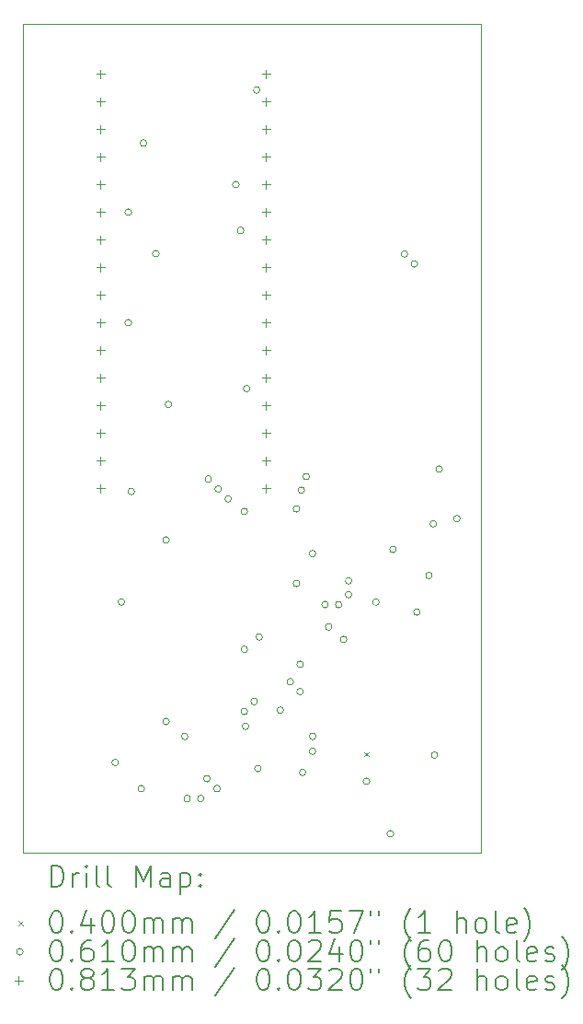
<source format=gbr>
%TF.GenerationSoftware,KiCad,Pcbnew,(6.0.8)*%
%TF.CreationDate,2023-01-01T19:13:33-07:00*%
%TF.ProjectId,Havoc6295_2_0.kicad_pro,4861766f-6336-4323-9935-5f325f302e6b,rev?*%
%TF.SameCoordinates,Original*%
%TF.FileFunction,Drillmap*%
%TF.FilePolarity,Positive*%
%FSLAX45Y45*%
G04 Gerber Fmt 4.5, Leading zero omitted, Abs format (unit mm)*
G04 Created by KiCad (PCBNEW (6.0.8)) date 2023-01-01 19:13:33*
%MOMM*%
%LPD*%
G01*
G04 APERTURE LIST*
%ADD10C,0.050000*%
%ADD11C,0.200000*%
%ADD12C,0.040000*%
%ADD13C,0.060960*%
%ADD14C,0.081280*%
G04 APERTURE END LIST*
D10*
X12741910Y-6690360D02*
X12741910Y-14310360D01*
X12741910Y-14310360D02*
X16958310Y-14310360D01*
X16958310Y-14310360D02*
X16958310Y-6690360D01*
X16958310Y-6690360D02*
X12741910Y-6690360D01*
D11*
D12*
X15880000Y-13380000D02*
X15920000Y-13420000D01*
X15920000Y-13380000D02*
X15880000Y-13420000D01*
D13*
X13616940Y-13477240D02*
G75*
G03*
X13616940Y-13477240I-30480J0D01*
G01*
X13674090Y-12002770D02*
G75*
G03*
X13674090Y-12002770I-30480J0D01*
G01*
X13737590Y-8417560D02*
G75*
G03*
X13737590Y-8417560I-30480J0D01*
G01*
X13737590Y-9433560D02*
G75*
G03*
X13737590Y-9433560I-30480J0D01*
G01*
X13765530Y-10985500D02*
G75*
G03*
X13765530Y-10985500I-30480J0D01*
G01*
X13856970Y-13717270D02*
G75*
G03*
X13856970Y-13717270I-30480J0D01*
G01*
X13877290Y-7782560D02*
G75*
G03*
X13877290Y-7782560I-30480J0D01*
G01*
X13991590Y-8798560D02*
G75*
G03*
X13991590Y-8798560I-30480J0D01*
G01*
X14085570Y-11431270D02*
G75*
G03*
X14085570Y-11431270I-30480J0D01*
G01*
X14085570Y-13100050D02*
G75*
G03*
X14085570Y-13100050I-30480J0D01*
G01*
X14108430Y-10185400D02*
G75*
G03*
X14108430Y-10185400I-30480J0D01*
G01*
X14257020Y-13237210D02*
G75*
G03*
X14257020Y-13237210I-30480J0D01*
G01*
X14279880Y-13808710D02*
G75*
G03*
X14279880Y-13808710I-30480J0D01*
G01*
X14405610Y-13808710D02*
G75*
G03*
X14405610Y-13808710I-30480J0D01*
G01*
X14462760Y-13625830D02*
G75*
G03*
X14462760Y-13625830I-30480J0D01*
G01*
X14474190Y-10871200D02*
G75*
G03*
X14474190Y-10871200I-30480J0D01*
G01*
X14554200Y-13717270D02*
G75*
G03*
X14554200Y-13717270I-30480J0D01*
G01*
X14565630Y-10962640D02*
G75*
G03*
X14565630Y-10962640I-30480J0D01*
G01*
X14657070Y-11054080D02*
G75*
G03*
X14657070Y-11054080I-30480J0D01*
G01*
X14728190Y-8163560D02*
G75*
G03*
X14728190Y-8163560I-30480J0D01*
G01*
X14771370Y-8585200D02*
G75*
G03*
X14771370Y-8585200I-30480J0D01*
G01*
X14805660Y-11168380D02*
G75*
G03*
X14805660Y-11168380I-30480J0D01*
G01*
X14805660Y-12437110D02*
G75*
G03*
X14805660Y-12437110I-30480J0D01*
G01*
X14805660Y-13008610D02*
G75*
G03*
X14805660Y-13008610I-30480J0D01*
G01*
X14817090Y-13145770D02*
G75*
G03*
X14817090Y-13145770I-30480J0D01*
G01*
X14828520Y-10039350D02*
G75*
G03*
X14828520Y-10039350I-30480J0D01*
G01*
X14897100Y-12917170D02*
G75*
G03*
X14897100Y-12917170I-30480J0D01*
G01*
X14919960Y-7293610D02*
G75*
G03*
X14919960Y-7293610I-30480J0D01*
G01*
X14931390Y-13534390D02*
G75*
G03*
X14931390Y-13534390I-30480J0D01*
G01*
X14942820Y-12322810D02*
G75*
G03*
X14942820Y-12322810I-30480J0D01*
G01*
X15137130Y-12997180D02*
G75*
G03*
X15137130Y-12997180I-30480J0D01*
G01*
X15228570Y-12734290D02*
G75*
G03*
X15228570Y-12734290I-30480J0D01*
G01*
X15285720Y-11145520D02*
G75*
G03*
X15285720Y-11145520I-30480J0D01*
G01*
X15285720Y-11831320D02*
G75*
G03*
X15285720Y-11831320I-30480J0D01*
G01*
X15320010Y-12574270D02*
G75*
G03*
X15320010Y-12574270I-30480J0D01*
G01*
X15320010Y-12825730D02*
G75*
G03*
X15320010Y-12825730I-30480J0D01*
G01*
X15331440Y-10974070D02*
G75*
G03*
X15331440Y-10974070I-30480J0D01*
G01*
X15342870Y-13568680D02*
G75*
G03*
X15342870Y-13568680I-30480J0D01*
G01*
X15377160Y-10848340D02*
G75*
G03*
X15377160Y-10848340I-30480J0D01*
G01*
X15434310Y-11557000D02*
G75*
G03*
X15434310Y-11557000I-30480J0D01*
G01*
X15434310Y-13237210D02*
G75*
G03*
X15434310Y-13237210I-30480J0D01*
G01*
X15434310Y-13374370D02*
G75*
G03*
X15434310Y-13374370I-30480J0D01*
G01*
X15548610Y-12025630D02*
G75*
G03*
X15548610Y-12025630I-30480J0D01*
G01*
X15582900Y-12231370D02*
G75*
G03*
X15582900Y-12231370I-30480J0D01*
G01*
X15674340Y-12025630D02*
G75*
G03*
X15674340Y-12025630I-30480J0D01*
G01*
X15720060Y-12345670D02*
G75*
G03*
X15720060Y-12345670I-30480J0D01*
G01*
X15765780Y-11808460D02*
G75*
G03*
X15765780Y-11808460I-30480J0D01*
G01*
X15765780Y-11934190D02*
G75*
G03*
X15765780Y-11934190I-30480J0D01*
G01*
X15930480Y-13650000D02*
G75*
G03*
X15930480Y-13650000I-30480J0D01*
G01*
X16017240Y-12002770D02*
G75*
G03*
X16017240Y-12002770I-30480J0D01*
G01*
X16150590Y-14132560D02*
G75*
G03*
X16150590Y-14132560I-30480J0D01*
G01*
X16174720Y-11517630D02*
G75*
G03*
X16174720Y-11517630I-30480J0D01*
G01*
X16280130Y-8802370D02*
G75*
G03*
X16280130Y-8802370I-30480J0D01*
G01*
X16371570Y-8893810D02*
G75*
G03*
X16371570Y-8893810I-30480J0D01*
G01*
X16394430Y-12094210D02*
G75*
G03*
X16394430Y-12094210I-30480J0D01*
G01*
X16506190Y-11757660D02*
G75*
G03*
X16506190Y-11757660I-30480J0D01*
G01*
X16545560Y-11282680D02*
G75*
G03*
X16545560Y-11282680I-30480J0D01*
G01*
X16556990Y-13408660D02*
G75*
G03*
X16556990Y-13408660I-30480J0D01*
G01*
X16600170Y-10779760D02*
G75*
G03*
X16600170Y-10779760I-30480J0D01*
G01*
X16764000Y-11234420D02*
G75*
G03*
X16764000Y-11234420I-30480J0D01*
G01*
D14*
X13453110Y-7106920D02*
X13453110Y-7188200D01*
X13412470Y-7147560D02*
X13493750Y-7147560D01*
X13453110Y-7360920D02*
X13453110Y-7442200D01*
X13412470Y-7401560D02*
X13493750Y-7401560D01*
X13453110Y-7614920D02*
X13453110Y-7696200D01*
X13412470Y-7655560D02*
X13493750Y-7655560D01*
X13453110Y-7868920D02*
X13453110Y-7950200D01*
X13412470Y-7909560D02*
X13493750Y-7909560D01*
X13453110Y-8122920D02*
X13453110Y-8204200D01*
X13412470Y-8163560D02*
X13493750Y-8163560D01*
X13453110Y-8376920D02*
X13453110Y-8458200D01*
X13412470Y-8417560D02*
X13493750Y-8417560D01*
X13453110Y-8630920D02*
X13453110Y-8712200D01*
X13412470Y-8671560D02*
X13493750Y-8671560D01*
X13453110Y-8884920D02*
X13453110Y-8966200D01*
X13412470Y-8925560D02*
X13493750Y-8925560D01*
X13453110Y-9138920D02*
X13453110Y-9220200D01*
X13412470Y-9179560D02*
X13493750Y-9179560D01*
X13453110Y-9392920D02*
X13453110Y-9474200D01*
X13412470Y-9433560D02*
X13493750Y-9433560D01*
X13453110Y-9646920D02*
X13453110Y-9728200D01*
X13412470Y-9687560D02*
X13493750Y-9687560D01*
X13453110Y-9900920D02*
X13453110Y-9982200D01*
X13412470Y-9941560D02*
X13493750Y-9941560D01*
X13453110Y-10154920D02*
X13453110Y-10236200D01*
X13412470Y-10195560D02*
X13493750Y-10195560D01*
X13453110Y-10408920D02*
X13453110Y-10490200D01*
X13412470Y-10449560D02*
X13493750Y-10449560D01*
X13453110Y-10662920D02*
X13453110Y-10744200D01*
X13412470Y-10703560D02*
X13493750Y-10703560D01*
X13453110Y-10916920D02*
X13453110Y-10998200D01*
X13412470Y-10957560D02*
X13493750Y-10957560D01*
X14977110Y-7106920D02*
X14977110Y-7188200D01*
X14936470Y-7147560D02*
X15017750Y-7147560D01*
X14977110Y-7360920D02*
X14977110Y-7442200D01*
X14936470Y-7401560D02*
X15017750Y-7401560D01*
X14977110Y-7614920D02*
X14977110Y-7696200D01*
X14936470Y-7655560D02*
X15017750Y-7655560D01*
X14977110Y-7868920D02*
X14977110Y-7950200D01*
X14936470Y-7909560D02*
X15017750Y-7909560D01*
X14977110Y-8122920D02*
X14977110Y-8204200D01*
X14936470Y-8163560D02*
X15017750Y-8163560D01*
X14977110Y-8376920D02*
X14977110Y-8458200D01*
X14936470Y-8417560D02*
X15017750Y-8417560D01*
X14977110Y-8630920D02*
X14977110Y-8712200D01*
X14936470Y-8671560D02*
X15017750Y-8671560D01*
X14977110Y-8884920D02*
X14977110Y-8966200D01*
X14936470Y-8925560D02*
X15017750Y-8925560D01*
X14977110Y-9138920D02*
X14977110Y-9220200D01*
X14936470Y-9179560D02*
X15017750Y-9179560D01*
X14977110Y-9392920D02*
X14977110Y-9474200D01*
X14936470Y-9433560D02*
X15017750Y-9433560D01*
X14977110Y-9646920D02*
X14977110Y-9728200D01*
X14936470Y-9687560D02*
X15017750Y-9687560D01*
X14977110Y-9900920D02*
X14977110Y-9982200D01*
X14936470Y-9941560D02*
X15017750Y-9941560D01*
X14977110Y-10154920D02*
X14977110Y-10236200D01*
X14936470Y-10195560D02*
X15017750Y-10195560D01*
X14977110Y-10408920D02*
X14977110Y-10490200D01*
X14936470Y-10449560D02*
X15017750Y-10449560D01*
X14977110Y-10662920D02*
X14977110Y-10744200D01*
X14936470Y-10703560D02*
X15017750Y-10703560D01*
X14977110Y-10916920D02*
X14977110Y-10998200D01*
X14936470Y-10957560D02*
X15017750Y-10957560D01*
D11*
X12997029Y-14623336D02*
X12997029Y-14423336D01*
X13044648Y-14423336D01*
X13073219Y-14432860D01*
X13092267Y-14451908D01*
X13101791Y-14470955D01*
X13111315Y-14509050D01*
X13111315Y-14537622D01*
X13101791Y-14575717D01*
X13092267Y-14594765D01*
X13073219Y-14613812D01*
X13044648Y-14623336D01*
X12997029Y-14623336D01*
X13197029Y-14623336D02*
X13197029Y-14490003D01*
X13197029Y-14528098D02*
X13206553Y-14509050D01*
X13216077Y-14499527D01*
X13235124Y-14490003D01*
X13254172Y-14490003D01*
X13320838Y-14623336D02*
X13320838Y-14490003D01*
X13320838Y-14423336D02*
X13311315Y-14432860D01*
X13320838Y-14442384D01*
X13330362Y-14432860D01*
X13320838Y-14423336D01*
X13320838Y-14442384D01*
X13444648Y-14623336D02*
X13425600Y-14613812D01*
X13416077Y-14594765D01*
X13416077Y-14423336D01*
X13549410Y-14623336D02*
X13530362Y-14613812D01*
X13520838Y-14594765D01*
X13520838Y-14423336D01*
X13777981Y-14623336D02*
X13777981Y-14423336D01*
X13844648Y-14566193D01*
X13911315Y-14423336D01*
X13911315Y-14623336D01*
X14092267Y-14623336D02*
X14092267Y-14518574D01*
X14082743Y-14499527D01*
X14063696Y-14490003D01*
X14025600Y-14490003D01*
X14006553Y-14499527D01*
X14092267Y-14613812D02*
X14073219Y-14623336D01*
X14025600Y-14623336D01*
X14006553Y-14613812D01*
X13997029Y-14594765D01*
X13997029Y-14575717D01*
X14006553Y-14556669D01*
X14025600Y-14547146D01*
X14073219Y-14547146D01*
X14092267Y-14537622D01*
X14187505Y-14490003D02*
X14187505Y-14690003D01*
X14187505Y-14499527D02*
X14206553Y-14490003D01*
X14244648Y-14490003D01*
X14263696Y-14499527D01*
X14273219Y-14509050D01*
X14282743Y-14528098D01*
X14282743Y-14585241D01*
X14273219Y-14604288D01*
X14263696Y-14613812D01*
X14244648Y-14623336D01*
X14206553Y-14623336D01*
X14187505Y-14613812D01*
X14368458Y-14604288D02*
X14377981Y-14613812D01*
X14368458Y-14623336D01*
X14358934Y-14613812D01*
X14368458Y-14604288D01*
X14368458Y-14623336D01*
X14368458Y-14499527D02*
X14377981Y-14509050D01*
X14368458Y-14518574D01*
X14358934Y-14509050D01*
X14368458Y-14499527D01*
X14368458Y-14518574D01*
D12*
X12699410Y-14932860D02*
X12739410Y-14972860D01*
X12739410Y-14932860D02*
X12699410Y-14972860D01*
D11*
X13035124Y-14843336D02*
X13054172Y-14843336D01*
X13073219Y-14852860D01*
X13082743Y-14862384D01*
X13092267Y-14881431D01*
X13101791Y-14919527D01*
X13101791Y-14967146D01*
X13092267Y-15005241D01*
X13082743Y-15024288D01*
X13073219Y-15033812D01*
X13054172Y-15043336D01*
X13035124Y-15043336D01*
X13016077Y-15033812D01*
X13006553Y-15024288D01*
X12997029Y-15005241D01*
X12987505Y-14967146D01*
X12987505Y-14919527D01*
X12997029Y-14881431D01*
X13006553Y-14862384D01*
X13016077Y-14852860D01*
X13035124Y-14843336D01*
X13187505Y-15024288D02*
X13197029Y-15033812D01*
X13187505Y-15043336D01*
X13177981Y-15033812D01*
X13187505Y-15024288D01*
X13187505Y-15043336D01*
X13368458Y-14910003D02*
X13368458Y-15043336D01*
X13320838Y-14833812D02*
X13273219Y-14976669D01*
X13397029Y-14976669D01*
X13511315Y-14843336D02*
X13530362Y-14843336D01*
X13549410Y-14852860D01*
X13558934Y-14862384D01*
X13568458Y-14881431D01*
X13577981Y-14919527D01*
X13577981Y-14967146D01*
X13568458Y-15005241D01*
X13558934Y-15024288D01*
X13549410Y-15033812D01*
X13530362Y-15043336D01*
X13511315Y-15043336D01*
X13492267Y-15033812D01*
X13482743Y-15024288D01*
X13473219Y-15005241D01*
X13463696Y-14967146D01*
X13463696Y-14919527D01*
X13473219Y-14881431D01*
X13482743Y-14862384D01*
X13492267Y-14852860D01*
X13511315Y-14843336D01*
X13701791Y-14843336D02*
X13720838Y-14843336D01*
X13739886Y-14852860D01*
X13749410Y-14862384D01*
X13758934Y-14881431D01*
X13768458Y-14919527D01*
X13768458Y-14967146D01*
X13758934Y-15005241D01*
X13749410Y-15024288D01*
X13739886Y-15033812D01*
X13720838Y-15043336D01*
X13701791Y-15043336D01*
X13682743Y-15033812D01*
X13673219Y-15024288D01*
X13663696Y-15005241D01*
X13654172Y-14967146D01*
X13654172Y-14919527D01*
X13663696Y-14881431D01*
X13673219Y-14862384D01*
X13682743Y-14852860D01*
X13701791Y-14843336D01*
X13854172Y-15043336D02*
X13854172Y-14910003D01*
X13854172Y-14929050D02*
X13863696Y-14919527D01*
X13882743Y-14910003D01*
X13911315Y-14910003D01*
X13930362Y-14919527D01*
X13939886Y-14938574D01*
X13939886Y-15043336D01*
X13939886Y-14938574D02*
X13949410Y-14919527D01*
X13968458Y-14910003D01*
X13997029Y-14910003D01*
X14016077Y-14919527D01*
X14025600Y-14938574D01*
X14025600Y-15043336D01*
X14120838Y-15043336D02*
X14120838Y-14910003D01*
X14120838Y-14929050D02*
X14130362Y-14919527D01*
X14149410Y-14910003D01*
X14177981Y-14910003D01*
X14197029Y-14919527D01*
X14206553Y-14938574D01*
X14206553Y-15043336D01*
X14206553Y-14938574D02*
X14216077Y-14919527D01*
X14235124Y-14910003D01*
X14263696Y-14910003D01*
X14282743Y-14919527D01*
X14292267Y-14938574D01*
X14292267Y-15043336D01*
X14682743Y-14833812D02*
X14511315Y-15090955D01*
X14939886Y-14843336D02*
X14958934Y-14843336D01*
X14977981Y-14852860D01*
X14987505Y-14862384D01*
X14997029Y-14881431D01*
X15006553Y-14919527D01*
X15006553Y-14967146D01*
X14997029Y-15005241D01*
X14987505Y-15024288D01*
X14977981Y-15033812D01*
X14958934Y-15043336D01*
X14939886Y-15043336D01*
X14920838Y-15033812D01*
X14911315Y-15024288D01*
X14901791Y-15005241D01*
X14892267Y-14967146D01*
X14892267Y-14919527D01*
X14901791Y-14881431D01*
X14911315Y-14862384D01*
X14920838Y-14852860D01*
X14939886Y-14843336D01*
X15092267Y-15024288D02*
X15101791Y-15033812D01*
X15092267Y-15043336D01*
X15082743Y-15033812D01*
X15092267Y-15024288D01*
X15092267Y-15043336D01*
X15225600Y-14843336D02*
X15244648Y-14843336D01*
X15263696Y-14852860D01*
X15273219Y-14862384D01*
X15282743Y-14881431D01*
X15292267Y-14919527D01*
X15292267Y-14967146D01*
X15282743Y-15005241D01*
X15273219Y-15024288D01*
X15263696Y-15033812D01*
X15244648Y-15043336D01*
X15225600Y-15043336D01*
X15206553Y-15033812D01*
X15197029Y-15024288D01*
X15187505Y-15005241D01*
X15177981Y-14967146D01*
X15177981Y-14919527D01*
X15187505Y-14881431D01*
X15197029Y-14862384D01*
X15206553Y-14852860D01*
X15225600Y-14843336D01*
X15482743Y-15043336D02*
X15368458Y-15043336D01*
X15425600Y-15043336D02*
X15425600Y-14843336D01*
X15406553Y-14871908D01*
X15387505Y-14890955D01*
X15368458Y-14900479D01*
X15663696Y-14843336D02*
X15568458Y-14843336D01*
X15558934Y-14938574D01*
X15568458Y-14929050D01*
X15587505Y-14919527D01*
X15635124Y-14919527D01*
X15654172Y-14929050D01*
X15663696Y-14938574D01*
X15673219Y-14957622D01*
X15673219Y-15005241D01*
X15663696Y-15024288D01*
X15654172Y-15033812D01*
X15635124Y-15043336D01*
X15587505Y-15043336D01*
X15568458Y-15033812D01*
X15558934Y-15024288D01*
X15739886Y-14843336D02*
X15873219Y-14843336D01*
X15787505Y-15043336D01*
X15939886Y-14843336D02*
X15939886Y-14881431D01*
X16016077Y-14843336D02*
X16016077Y-14881431D01*
X16311315Y-15119527D02*
X16301791Y-15110003D01*
X16282743Y-15081431D01*
X16273219Y-15062384D01*
X16263696Y-15033812D01*
X16254172Y-14986193D01*
X16254172Y-14948098D01*
X16263696Y-14900479D01*
X16273219Y-14871908D01*
X16282743Y-14852860D01*
X16301791Y-14824288D01*
X16311315Y-14814765D01*
X16492267Y-15043336D02*
X16377981Y-15043336D01*
X16435124Y-15043336D02*
X16435124Y-14843336D01*
X16416077Y-14871908D01*
X16397029Y-14890955D01*
X16377981Y-14900479D01*
X16730362Y-15043336D02*
X16730362Y-14843336D01*
X16816077Y-15043336D02*
X16816077Y-14938574D01*
X16806553Y-14919527D01*
X16787505Y-14910003D01*
X16758934Y-14910003D01*
X16739886Y-14919527D01*
X16730362Y-14929050D01*
X16939886Y-15043336D02*
X16920839Y-15033812D01*
X16911315Y-15024288D01*
X16901791Y-15005241D01*
X16901791Y-14948098D01*
X16911315Y-14929050D01*
X16920839Y-14919527D01*
X16939886Y-14910003D01*
X16968458Y-14910003D01*
X16987505Y-14919527D01*
X16997029Y-14929050D01*
X17006553Y-14948098D01*
X17006553Y-15005241D01*
X16997029Y-15024288D01*
X16987505Y-15033812D01*
X16968458Y-15043336D01*
X16939886Y-15043336D01*
X17120839Y-15043336D02*
X17101791Y-15033812D01*
X17092267Y-15014765D01*
X17092267Y-14843336D01*
X17273220Y-15033812D02*
X17254172Y-15043336D01*
X17216077Y-15043336D01*
X17197029Y-15033812D01*
X17187505Y-15014765D01*
X17187505Y-14938574D01*
X17197029Y-14919527D01*
X17216077Y-14910003D01*
X17254172Y-14910003D01*
X17273220Y-14919527D01*
X17282743Y-14938574D01*
X17282743Y-14957622D01*
X17187505Y-14976669D01*
X17349410Y-15119527D02*
X17358934Y-15110003D01*
X17377981Y-15081431D01*
X17387505Y-15062384D01*
X17397029Y-15033812D01*
X17406553Y-14986193D01*
X17406553Y-14948098D01*
X17397029Y-14900479D01*
X17387505Y-14871908D01*
X17377981Y-14852860D01*
X17358934Y-14824288D01*
X17349410Y-14814765D01*
D13*
X12739410Y-15216860D02*
G75*
G03*
X12739410Y-15216860I-30480J0D01*
G01*
D11*
X13035124Y-15107336D02*
X13054172Y-15107336D01*
X13073219Y-15116860D01*
X13082743Y-15126384D01*
X13092267Y-15145431D01*
X13101791Y-15183527D01*
X13101791Y-15231146D01*
X13092267Y-15269241D01*
X13082743Y-15288288D01*
X13073219Y-15297812D01*
X13054172Y-15307336D01*
X13035124Y-15307336D01*
X13016077Y-15297812D01*
X13006553Y-15288288D01*
X12997029Y-15269241D01*
X12987505Y-15231146D01*
X12987505Y-15183527D01*
X12997029Y-15145431D01*
X13006553Y-15126384D01*
X13016077Y-15116860D01*
X13035124Y-15107336D01*
X13187505Y-15288288D02*
X13197029Y-15297812D01*
X13187505Y-15307336D01*
X13177981Y-15297812D01*
X13187505Y-15288288D01*
X13187505Y-15307336D01*
X13368458Y-15107336D02*
X13330362Y-15107336D01*
X13311315Y-15116860D01*
X13301791Y-15126384D01*
X13282743Y-15154955D01*
X13273219Y-15193050D01*
X13273219Y-15269241D01*
X13282743Y-15288288D01*
X13292267Y-15297812D01*
X13311315Y-15307336D01*
X13349410Y-15307336D01*
X13368458Y-15297812D01*
X13377981Y-15288288D01*
X13387505Y-15269241D01*
X13387505Y-15221622D01*
X13377981Y-15202574D01*
X13368458Y-15193050D01*
X13349410Y-15183527D01*
X13311315Y-15183527D01*
X13292267Y-15193050D01*
X13282743Y-15202574D01*
X13273219Y-15221622D01*
X13577981Y-15307336D02*
X13463696Y-15307336D01*
X13520838Y-15307336D02*
X13520838Y-15107336D01*
X13501791Y-15135908D01*
X13482743Y-15154955D01*
X13463696Y-15164479D01*
X13701791Y-15107336D02*
X13720838Y-15107336D01*
X13739886Y-15116860D01*
X13749410Y-15126384D01*
X13758934Y-15145431D01*
X13768458Y-15183527D01*
X13768458Y-15231146D01*
X13758934Y-15269241D01*
X13749410Y-15288288D01*
X13739886Y-15297812D01*
X13720838Y-15307336D01*
X13701791Y-15307336D01*
X13682743Y-15297812D01*
X13673219Y-15288288D01*
X13663696Y-15269241D01*
X13654172Y-15231146D01*
X13654172Y-15183527D01*
X13663696Y-15145431D01*
X13673219Y-15126384D01*
X13682743Y-15116860D01*
X13701791Y-15107336D01*
X13854172Y-15307336D02*
X13854172Y-15174003D01*
X13854172Y-15193050D02*
X13863696Y-15183527D01*
X13882743Y-15174003D01*
X13911315Y-15174003D01*
X13930362Y-15183527D01*
X13939886Y-15202574D01*
X13939886Y-15307336D01*
X13939886Y-15202574D02*
X13949410Y-15183527D01*
X13968458Y-15174003D01*
X13997029Y-15174003D01*
X14016077Y-15183527D01*
X14025600Y-15202574D01*
X14025600Y-15307336D01*
X14120838Y-15307336D02*
X14120838Y-15174003D01*
X14120838Y-15193050D02*
X14130362Y-15183527D01*
X14149410Y-15174003D01*
X14177981Y-15174003D01*
X14197029Y-15183527D01*
X14206553Y-15202574D01*
X14206553Y-15307336D01*
X14206553Y-15202574D02*
X14216077Y-15183527D01*
X14235124Y-15174003D01*
X14263696Y-15174003D01*
X14282743Y-15183527D01*
X14292267Y-15202574D01*
X14292267Y-15307336D01*
X14682743Y-15097812D02*
X14511315Y-15354955D01*
X14939886Y-15107336D02*
X14958934Y-15107336D01*
X14977981Y-15116860D01*
X14987505Y-15126384D01*
X14997029Y-15145431D01*
X15006553Y-15183527D01*
X15006553Y-15231146D01*
X14997029Y-15269241D01*
X14987505Y-15288288D01*
X14977981Y-15297812D01*
X14958934Y-15307336D01*
X14939886Y-15307336D01*
X14920838Y-15297812D01*
X14911315Y-15288288D01*
X14901791Y-15269241D01*
X14892267Y-15231146D01*
X14892267Y-15183527D01*
X14901791Y-15145431D01*
X14911315Y-15126384D01*
X14920838Y-15116860D01*
X14939886Y-15107336D01*
X15092267Y-15288288D02*
X15101791Y-15297812D01*
X15092267Y-15307336D01*
X15082743Y-15297812D01*
X15092267Y-15288288D01*
X15092267Y-15307336D01*
X15225600Y-15107336D02*
X15244648Y-15107336D01*
X15263696Y-15116860D01*
X15273219Y-15126384D01*
X15282743Y-15145431D01*
X15292267Y-15183527D01*
X15292267Y-15231146D01*
X15282743Y-15269241D01*
X15273219Y-15288288D01*
X15263696Y-15297812D01*
X15244648Y-15307336D01*
X15225600Y-15307336D01*
X15206553Y-15297812D01*
X15197029Y-15288288D01*
X15187505Y-15269241D01*
X15177981Y-15231146D01*
X15177981Y-15183527D01*
X15187505Y-15145431D01*
X15197029Y-15126384D01*
X15206553Y-15116860D01*
X15225600Y-15107336D01*
X15368458Y-15126384D02*
X15377981Y-15116860D01*
X15397029Y-15107336D01*
X15444648Y-15107336D01*
X15463696Y-15116860D01*
X15473219Y-15126384D01*
X15482743Y-15145431D01*
X15482743Y-15164479D01*
X15473219Y-15193050D01*
X15358934Y-15307336D01*
X15482743Y-15307336D01*
X15654172Y-15174003D02*
X15654172Y-15307336D01*
X15606553Y-15097812D02*
X15558934Y-15240669D01*
X15682743Y-15240669D01*
X15797029Y-15107336D02*
X15816077Y-15107336D01*
X15835124Y-15116860D01*
X15844648Y-15126384D01*
X15854172Y-15145431D01*
X15863696Y-15183527D01*
X15863696Y-15231146D01*
X15854172Y-15269241D01*
X15844648Y-15288288D01*
X15835124Y-15297812D01*
X15816077Y-15307336D01*
X15797029Y-15307336D01*
X15777981Y-15297812D01*
X15768458Y-15288288D01*
X15758934Y-15269241D01*
X15749410Y-15231146D01*
X15749410Y-15183527D01*
X15758934Y-15145431D01*
X15768458Y-15126384D01*
X15777981Y-15116860D01*
X15797029Y-15107336D01*
X15939886Y-15107336D02*
X15939886Y-15145431D01*
X16016077Y-15107336D02*
X16016077Y-15145431D01*
X16311315Y-15383527D02*
X16301791Y-15374003D01*
X16282743Y-15345431D01*
X16273219Y-15326384D01*
X16263696Y-15297812D01*
X16254172Y-15250193D01*
X16254172Y-15212098D01*
X16263696Y-15164479D01*
X16273219Y-15135908D01*
X16282743Y-15116860D01*
X16301791Y-15088288D01*
X16311315Y-15078765D01*
X16473219Y-15107336D02*
X16435124Y-15107336D01*
X16416077Y-15116860D01*
X16406553Y-15126384D01*
X16387505Y-15154955D01*
X16377981Y-15193050D01*
X16377981Y-15269241D01*
X16387505Y-15288288D01*
X16397029Y-15297812D01*
X16416077Y-15307336D01*
X16454172Y-15307336D01*
X16473219Y-15297812D01*
X16482743Y-15288288D01*
X16492267Y-15269241D01*
X16492267Y-15221622D01*
X16482743Y-15202574D01*
X16473219Y-15193050D01*
X16454172Y-15183527D01*
X16416077Y-15183527D01*
X16397029Y-15193050D01*
X16387505Y-15202574D01*
X16377981Y-15221622D01*
X16616077Y-15107336D02*
X16635124Y-15107336D01*
X16654172Y-15116860D01*
X16663696Y-15126384D01*
X16673219Y-15145431D01*
X16682743Y-15183527D01*
X16682743Y-15231146D01*
X16673219Y-15269241D01*
X16663696Y-15288288D01*
X16654172Y-15297812D01*
X16635124Y-15307336D01*
X16616077Y-15307336D01*
X16597029Y-15297812D01*
X16587505Y-15288288D01*
X16577981Y-15269241D01*
X16568458Y-15231146D01*
X16568458Y-15183527D01*
X16577981Y-15145431D01*
X16587505Y-15126384D01*
X16597029Y-15116860D01*
X16616077Y-15107336D01*
X16920839Y-15307336D02*
X16920839Y-15107336D01*
X17006553Y-15307336D02*
X17006553Y-15202574D01*
X16997029Y-15183527D01*
X16977981Y-15174003D01*
X16949410Y-15174003D01*
X16930362Y-15183527D01*
X16920839Y-15193050D01*
X17130362Y-15307336D02*
X17111315Y-15297812D01*
X17101791Y-15288288D01*
X17092267Y-15269241D01*
X17092267Y-15212098D01*
X17101791Y-15193050D01*
X17111315Y-15183527D01*
X17130362Y-15174003D01*
X17158934Y-15174003D01*
X17177981Y-15183527D01*
X17187505Y-15193050D01*
X17197029Y-15212098D01*
X17197029Y-15269241D01*
X17187505Y-15288288D01*
X17177981Y-15297812D01*
X17158934Y-15307336D01*
X17130362Y-15307336D01*
X17311315Y-15307336D02*
X17292267Y-15297812D01*
X17282743Y-15278765D01*
X17282743Y-15107336D01*
X17463696Y-15297812D02*
X17444648Y-15307336D01*
X17406553Y-15307336D01*
X17387505Y-15297812D01*
X17377981Y-15278765D01*
X17377981Y-15202574D01*
X17387505Y-15183527D01*
X17406553Y-15174003D01*
X17444648Y-15174003D01*
X17463696Y-15183527D01*
X17473220Y-15202574D01*
X17473220Y-15221622D01*
X17377981Y-15240669D01*
X17549410Y-15297812D02*
X17568458Y-15307336D01*
X17606553Y-15307336D01*
X17625600Y-15297812D01*
X17635124Y-15278765D01*
X17635124Y-15269241D01*
X17625600Y-15250193D01*
X17606553Y-15240669D01*
X17577981Y-15240669D01*
X17558934Y-15231146D01*
X17549410Y-15212098D01*
X17549410Y-15202574D01*
X17558934Y-15183527D01*
X17577981Y-15174003D01*
X17606553Y-15174003D01*
X17625600Y-15183527D01*
X17701791Y-15383527D02*
X17711315Y-15374003D01*
X17730362Y-15345431D01*
X17739886Y-15326384D01*
X17749410Y-15297812D01*
X17758934Y-15250193D01*
X17758934Y-15212098D01*
X17749410Y-15164479D01*
X17739886Y-15135908D01*
X17730362Y-15116860D01*
X17711315Y-15088288D01*
X17701791Y-15078765D01*
D14*
X12698770Y-15440220D02*
X12698770Y-15521500D01*
X12658130Y-15480860D02*
X12739410Y-15480860D01*
D11*
X13035124Y-15371336D02*
X13054172Y-15371336D01*
X13073219Y-15380860D01*
X13082743Y-15390384D01*
X13092267Y-15409431D01*
X13101791Y-15447527D01*
X13101791Y-15495146D01*
X13092267Y-15533241D01*
X13082743Y-15552288D01*
X13073219Y-15561812D01*
X13054172Y-15571336D01*
X13035124Y-15571336D01*
X13016077Y-15561812D01*
X13006553Y-15552288D01*
X12997029Y-15533241D01*
X12987505Y-15495146D01*
X12987505Y-15447527D01*
X12997029Y-15409431D01*
X13006553Y-15390384D01*
X13016077Y-15380860D01*
X13035124Y-15371336D01*
X13187505Y-15552288D02*
X13197029Y-15561812D01*
X13187505Y-15571336D01*
X13177981Y-15561812D01*
X13187505Y-15552288D01*
X13187505Y-15571336D01*
X13311315Y-15457050D02*
X13292267Y-15447527D01*
X13282743Y-15438003D01*
X13273219Y-15418955D01*
X13273219Y-15409431D01*
X13282743Y-15390384D01*
X13292267Y-15380860D01*
X13311315Y-15371336D01*
X13349410Y-15371336D01*
X13368458Y-15380860D01*
X13377981Y-15390384D01*
X13387505Y-15409431D01*
X13387505Y-15418955D01*
X13377981Y-15438003D01*
X13368458Y-15447527D01*
X13349410Y-15457050D01*
X13311315Y-15457050D01*
X13292267Y-15466574D01*
X13282743Y-15476098D01*
X13273219Y-15495146D01*
X13273219Y-15533241D01*
X13282743Y-15552288D01*
X13292267Y-15561812D01*
X13311315Y-15571336D01*
X13349410Y-15571336D01*
X13368458Y-15561812D01*
X13377981Y-15552288D01*
X13387505Y-15533241D01*
X13387505Y-15495146D01*
X13377981Y-15476098D01*
X13368458Y-15466574D01*
X13349410Y-15457050D01*
X13577981Y-15571336D02*
X13463696Y-15571336D01*
X13520838Y-15571336D02*
X13520838Y-15371336D01*
X13501791Y-15399908D01*
X13482743Y-15418955D01*
X13463696Y-15428479D01*
X13644648Y-15371336D02*
X13768458Y-15371336D01*
X13701791Y-15447527D01*
X13730362Y-15447527D01*
X13749410Y-15457050D01*
X13758934Y-15466574D01*
X13768458Y-15485622D01*
X13768458Y-15533241D01*
X13758934Y-15552288D01*
X13749410Y-15561812D01*
X13730362Y-15571336D01*
X13673219Y-15571336D01*
X13654172Y-15561812D01*
X13644648Y-15552288D01*
X13854172Y-15571336D02*
X13854172Y-15438003D01*
X13854172Y-15457050D02*
X13863696Y-15447527D01*
X13882743Y-15438003D01*
X13911315Y-15438003D01*
X13930362Y-15447527D01*
X13939886Y-15466574D01*
X13939886Y-15571336D01*
X13939886Y-15466574D02*
X13949410Y-15447527D01*
X13968458Y-15438003D01*
X13997029Y-15438003D01*
X14016077Y-15447527D01*
X14025600Y-15466574D01*
X14025600Y-15571336D01*
X14120838Y-15571336D02*
X14120838Y-15438003D01*
X14120838Y-15457050D02*
X14130362Y-15447527D01*
X14149410Y-15438003D01*
X14177981Y-15438003D01*
X14197029Y-15447527D01*
X14206553Y-15466574D01*
X14206553Y-15571336D01*
X14206553Y-15466574D02*
X14216077Y-15447527D01*
X14235124Y-15438003D01*
X14263696Y-15438003D01*
X14282743Y-15447527D01*
X14292267Y-15466574D01*
X14292267Y-15571336D01*
X14682743Y-15361812D02*
X14511315Y-15618955D01*
X14939886Y-15371336D02*
X14958934Y-15371336D01*
X14977981Y-15380860D01*
X14987505Y-15390384D01*
X14997029Y-15409431D01*
X15006553Y-15447527D01*
X15006553Y-15495146D01*
X14997029Y-15533241D01*
X14987505Y-15552288D01*
X14977981Y-15561812D01*
X14958934Y-15571336D01*
X14939886Y-15571336D01*
X14920838Y-15561812D01*
X14911315Y-15552288D01*
X14901791Y-15533241D01*
X14892267Y-15495146D01*
X14892267Y-15447527D01*
X14901791Y-15409431D01*
X14911315Y-15390384D01*
X14920838Y-15380860D01*
X14939886Y-15371336D01*
X15092267Y-15552288D02*
X15101791Y-15561812D01*
X15092267Y-15571336D01*
X15082743Y-15561812D01*
X15092267Y-15552288D01*
X15092267Y-15571336D01*
X15225600Y-15371336D02*
X15244648Y-15371336D01*
X15263696Y-15380860D01*
X15273219Y-15390384D01*
X15282743Y-15409431D01*
X15292267Y-15447527D01*
X15292267Y-15495146D01*
X15282743Y-15533241D01*
X15273219Y-15552288D01*
X15263696Y-15561812D01*
X15244648Y-15571336D01*
X15225600Y-15571336D01*
X15206553Y-15561812D01*
X15197029Y-15552288D01*
X15187505Y-15533241D01*
X15177981Y-15495146D01*
X15177981Y-15447527D01*
X15187505Y-15409431D01*
X15197029Y-15390384D01*
X15206553Y-15380860D01*
X15225600Y-15371336D01*
X15358934Y-15371336D02*
X15482743Y-15371336D01*
X15416077Y-15447527D01*
X15444648Y-15447527D01*
X15463696Y-15457050D01*
X15473219Y-15466574D01*
X15482743Y-15485622D01*
X15482743Y-15533241D01*
X15473219Y-15552288D01*
X15463696Y-15561812D01*
X15444648Y-15571336D01*
X15387505Y-15571336D01*
X15368458Y-15561812D01*
X15358934Y-15552288D01*
X15558934Y-15390384D02*
X15568458Y-15380860D01*
X15587505Y-15371336D01*
X15635124Y-15371336D01*
X15654172Y-15380860D01*
X15663696Y-15390384D01*
X15673219Y-15409431D01*
X15673219Y-15428479D01*
X15663696Y-15457050D01*
X15549410Y-15571336D01*
X15673219Y-15571336D01*
X15797029Y-15371336D02*
X15816077Y-15371336D01*
X15835124Y-15380860D01*
X15844648Y-15390384D01*
X15854172Y-15409431D01*
X15863696Y-15447527D01*
X15863696Y-15495146D01*
X15854172Y-15533241D01*
X15844648Y-15552288D01*
X15835124Y-15561812D01*
X15816077Y-15571336D01*
X15797029Y-15571336D01*
X15777981Y-15561812D01*
X15768458Y-15552288D01*
X15758934Y-15533241D01*
X15749410Y-15495146D01*
X15749410Y-15447527D01*
X15758934Y-15409431D01*
X15768458Y-15390384D01*
X15777981Y-15380860D01*
X15797029Y-15371336D01*
X15939886Y-15371336D02*
X15939886Y-15409431D01*
X16016077Y-15371336D02*
X16016077Y-15409431D01*
X16311315Y-15647527D02*
X16301791Y-15638003D01*
X16282743Y-15609431D01*
X16273219Y-15590384D01*
X16263696Y-15561812D01*
X16254172Y-15514193D01*
X16254172Y-15476098D01*
X16263696Y-15428479D01*
X16273219Y-15399908D01*
X16282743Y-15380860D01*
X16301791Y-15352288D01*
X16311315Y-15342765D01*
X16368458Y-15371336D02*
X16492267Y-15371336D01*
X16425600Y-15447527D01*
X16454172Y-15447527D01*
X16473219Y-15457050D01*
X16482743Y-15466574D01*
X16492267Y-15485622D01*
X16492267Y-15533241D01*
X16482743Y-15552288D01*
X16473219Y-15561812D01*
X16454172Y-15571336D01*
X16397029Y-15571336D01*
X16377981Y-15561812D01*
X16368458Y-15552288D01*
X16568458Y-15390384D02*
X16577981Y-15380860D01*
X16597029Y-15371336D01*
X16644648Y-15371336D01*
X16663696Y-15380860D01*
X16673219Y-15390384D01*
X16682743Y-15409431D01*
X16682743Y-15428479D01*
X16673219Y-15457050D01*
X16558934Y-15571336D01*
X16682743Y-15571336D01*
X16920839Y-15571336D02*
X16920839Y-15371336D01*
X17006553Y-15571336D02*
X17006553Y-15466574D01*
X16997029Y-15447527D01*
X16977981Y-15438003D01*
X16949410Y-15438003D01*
X16930362Y-15447527D01*
X16920839Y-15457050D01*
X17130362Y-15571336D02*
X17111315Y-15561812D01*
X17101791Y-15552288D01*
X17092267Y-15533241D01*
X17092267Y-15476098D01*
X17101791Y-15457050D01*
X17111315Y-15447527D01*
X17130362Y-15438003D01*
X17158934Y-15438003D01*
X17177981Y-15447527D01*
X17187505Y-15457050D01*
X17197029Y-15476098D01*
X17197029Y-15533241D01*
X17187505Y-15552288D01*
X17177981Y-15561812D01*
X17158934Y-15571336D01*
X17130362Y-15571336D01*
X17311315Y-15571336D02*
X17292267Y-15561812D01*
X17282743Y-15542765D01*
X17282743Y-15371336D01*
X17463696Y-15561812D02*
X17444648Y-15571336D01*
X17406553Y-15571336D01*
X17387505Y-15561812D01*
X17377981Y-15542765D01*
X17377981Y-15466574D01*
X17387505Y-15447527D01*
X17406553Y-15438003D01*
X17444648Y-15438003D01*
X17463696Y-15447527D01*
X17473220Y-15466574D01*
X17473220Y-15485622D01*
X17377981Y-15504669D01*
X17549410Y-15561812D02*
X17568458Y-15571336D01*
X17606553Y-15571336D01*
X17625600Y-15561812D01*
X17635124Y-15542765D01*
X17635124Y-15533241D01*
X17625600Y-15514193D01*
X17606553Y-15504669D01*
X17577981Y-15504669D01*
X17558934Y-15495146D01*
X17549410Y-15476098D01*
X17549410Y-15466574D01*
X17558934Y-15447527D01*
X17577981Y-15438003D01*
X17606553Y-15438003D01*
X17625600Y-15447527D01*
X17701791Y-15647527D02*
X17711315Y-15638003D01*
X17730362Y-15609431D01*
X17739886Y-15590384D01*
X17749410Y-15561812D01*
X17758934Y-15514193D01*
X17758934Y-15476098D01*
X17749410Y-15428479D01*
X17739886Y-15399908D01*
X17730362Y-15380860D01*
X17711315Y-15352288D01*
X17701791Y-15342765D01*
M02*

</source>
